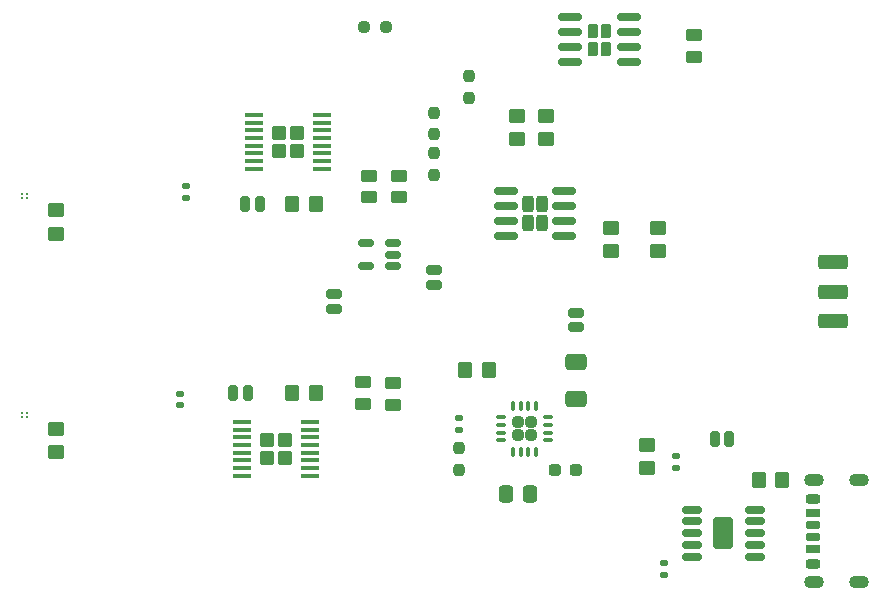
<source format=gbr>
%TF.GenerationSoftware,KiCad,Pcbnew,9.0.0*%
%TF.CreationDate,2025-03-28T01:08:04+02:00*%
%TF.ProjectId,MM,4d4d2e6b-6963-4616-945f-706362585858,rev?*%
%TF.SameCoordinates,Original*%
%TF.FileFunction,Paste,Top*%
%TF.FilePolarity,Positive*%
%FSLAX46Y46*%
G04 Gerber Fmt 4.6, Leading zero omitted, Abs format (unit mm)*
G04 Created by KiCad (PCBNEW 9.0.0) date 2025-03-28 01:08:04*
%MOMM*%
%LPD*%
G01*
G04 APERTURE LIST*
G04 Aperture macros list*
%AMRoundRect*
0 Rectangle with rounded corners*
0 $1 Rounding radius*
0 $2 $3 $4 $5 $6 $7 $8 $9 X,Y pos of 4 corners*
0 Add a 4 corners polygon primitive as box body*
4,1,4,$2,$3,$4,$5,$6,$7,$8,$9,$2,$3,0*
0 Add four circle primitives for the rounded corners*
1,1,$1+$1,$2,$3*
1,1,$1+$1,$4,$5*
1,1,$1+$1,$6,$7*
1,1,$1+$1,$8,$9*
0 Add four rect primitives between the rounded corners*
20,1,$1+$1,$2,$3,$4,$5,0*
20,1,$1+$1,$4,$5,$6,$7,0*
20,1,$1+$1,$6,$7,$8,$9,0*
20,1,$1+$1,$8,$9,$2,$3,0*%
G04 Aperture macros list end*
%ADD10RoundRect,0.140000X0.170000X-0.140000X0.170000X0.140000X-0.170000X0.140000X-0.170000X-0.140000X0*%
%ADD11RoundRect,0.250000X-0.450000X0.262500X-0.450000X-0.262500X0.450000X-0.262500X0.450000X0.262500X0*%
%ADD12RoundRect,0.135000X0.185000X-0.135000X0.185000X0.135000X-0.185000X0.135000X-0.185000X-0.135000X0*%
%ADD13RoundRect,0.237500X-0.237500X0.250000X-0.237500X-0.250000X0.237500X-0.250000X0.237500X0.250000X0*%
%ADD14RoundRect,0.250001X0.354999X0.354999X-0.354999X0.354999X-0.354999X-0.354999X0.354999X-0.354999X0*%
%ADD15RoundRect,0.100000X0.675000X0.100000X-0.675000X0.100000X-0.675000X-0.100000X0.675000X-0.100000X0*%
%ADD16RoundRect,0.135000X-0.185000X0.135000X-0.185000X-0.135000X0.185000X-0.135000X0.185000X0.135000X0*%
%ADD17RoundRect,0.150000X0.512500X0.150000X-0.512500X0.150000X-0.512500X-0.150000X0.512500X-0.150000X0*%
%ADD18RoundRect,0.237500X0.237500X-0.250000X0.237500X0.250000X-0.237500X0.250000X-0.237500X-0.250000X0*%
%ADD19RoundRect,0.250000X-0.255000X-0.440000X0.255000X-0.440000X0.255000X0.440000X-0.255000X0.440000X0*%
%ADD20RoundRect,0.150000X-0.825000X-0.150000X0.825000X-0.150000X0.825000X0.150000X-0.825000X0.150000X0*%
%ADD21RoundRect,0.250000X1.000000X-0.375000X1.000000X0.375000X-1.000000X0.375000X-1.000000X-0.375000X0*%
%ADD22RoundRect,0.250000X0.450000X-0.262500X0.450000X0.262500X-0.450000X0.262500X-0.450000X-0.262500X0*%
%ADD23RoundRect,0.250000X-0.450000X0.350000X-0.450000X-0.350000X0.450000X-0.350000X0.450000X0.350000X0*%
%ADD24RoundRect,0.250000X0.450000X-0.350000X0.450000X0.350000X-0.450000X0.350000X-0.450000X-0.350000X0*%
%ADD25RoundRect,0.250000X-0.595000X-1.080000X0.595000X-1.080000X0.595000X1.080000X-0.595000X1.080000X0*%
%ADD26RoundRect,0.150000X-0.687500X-0.150000X0.687500X-0.150000X0.687500X0.150000X-0.687500X0.150000X0*%
%ADD27RoundRect,0.175000X0.425000X-0.175000X0.425000X0.175000X-0.425000X0.175000X-0.425000X-0.175000X0*%
%ADD28RoundRect,0.190000X-0.410000X0.190000X-0.410000X-0.190000X0.410000X-0.190000X0.410000X0.190000X0*%
%ADD29RoundRect,0.200000X-0.400000X0.200000X-0.400000X-0.200000X0.400000X-0.200000X0.400000X0.200000X0*%
%ADD30RoundRect,0.175000X-0.425000X0.175000X-0.425000X-0.175000X0.425000X-0.175000X0.425000X0.175000X0*%
%ADD31RoundRect,0.190000X0.410000X-0.190000X0.410000X0.190000X-0.410000X0.190000X-0.410000X-0.190000X0*%
%ADD32RoundRect,0.200000X0.400000X-0.200000X0.400000X0.200000X-0.400000X0.200000X-0.400000X-0.200000X0*%
%ADD33O,1.700000X1.100000*%
%ADD34RoundRect,0.250000X0.650000X-0.412500X0.650000X0.412500X-0.650000X0.412500X-0.650000X-0.412500X0*%
%ADD35RoundRect,0.140000X-0.170000X0.140000X-0.170000X-0.140000X0.170000X-0.140000X0.170000X0.140000X0*%
%ADD36RoundRect,0.208750X0.431250X-0.208750X0.431250X0.208750X-0.431250X0.208750X-0.431250X-0.208750X0*%
%ADD37RoundRect,0.250000X-0.350000X-0.450000X0.350000X-0.450000X0.350000X0.450000X-0.350000X0.450000X0*%
%ADD38RoundRect,0.208750X0.208750X0.431250X-0.208750X0.431250X-0.208750X-0.431250X0.208750X-0.431250X0*%
%ADD39RoundRect,0.230000X-0.230000X-0.375000X0.230000X-0.375000X0.230000X0.375000X-0.230000X0.375000X0*%
%ADD40RoundRect,0.237500X0.287500X0.237500X-0.287500X0.237500X-0.287500X-0.237500X0.287500X-0.237500X0*%
%ADD41RoundRect,0.238649X0.238648X-0.238648X0.238648X0.238648X-0.238648X0.238648X-0.238648X-0.238648X0*%
%ADD42RoundRect,0.087500X0.087500X-0.325000X0.087500X0.325000X-0.087500X0.325000X-0.087500X-0.325000X0*%
%ADD43RoundRect,0.087500X0.325000X-0.087500X0.325000X0.087500X-0.325000X0.087500X-0.325000X-0.087500X0*%
%ADD44RoundRect,0.208750X-0.208750X-0.431250X0.208750X-0.431250X0.208750X0.431250X-0.208750X0.431250X0*%
%ADD45RoundRect,0.208750X-0.431250X0.208750X-0.431250X-0.208750X0.431250X-0.208750X0.431250X0.208750X0*%
%ADD46C,0.210000*%
%ADD47RoundRect,0.237500X0.250000X0.237500X-0.250000X0.237500X-0.250000X-0.237500X0.250000X-0.237500X0*%
%ADD48RoundRect,0.250000X-0.337500X-0.475000X0.337500X-0.475000X0.337500X0.475000X-0.337500X0.475000X0*%
G04 APERTURE END LIST*
D10*
%TO.C,C2*%
X135500000Y-75460000D03*
X135500000Y-74500000D03*
%TD*%
D11*
%TO.C,R11*%
X153500000Y-73587500D03*
X153500000Y-75412500D03*
%TD*%
D12*
%TO.C,R32*%
X158625000Y-95107500D03*
X158625000Y-94087500D03*
%TD*%
D13*
%TO.C,R16*%
X156500000Y-68262500D03*
X156500000Y-70087500D03*
%TD*%
D14*
%TO.C,AuxiliaryDriver1*%
X143875000Y-97475000D03*
X143875000Y-95975000D03*
X142375000Y-97475000D03*
X142375000Y-95975000D03*
D15*
X146000000Y-99000000D03*
X146000000Y-98350000D03*
X146000000Y-97700000D03*
X146000000Y-97050000D03*
X146000000Y-96400000D03*
X146000000Y-95750000D03*
X146000000Y-95100000D03*
X146000000Y-94450000D03*
X140250000Y-94450000D03*
X140250000Y-95100000D03*
X140250000Y-95750000D03*
X140250000Y-96400000D03*
X140250000Y-97050000D03*
X140250000Y-97700000D03*
X140250000Y-98350000D03*
X140250000Y-99000000D03*
%TD*%
D16*
%TO.C,R24*%
X176000000Y-106340000D03*
X176000000Y-107360000D03*
%TD*%
D17*
%TO.C,U5*%
X153000000Y-81225000D03*
X153000000Y-80275000D03*
X153000000Y-79325000D03*
X150725000Y-79325000D03*
X150725000Y-81225000D03*
%TD*%
D18*
%TO.C,R2*%
X158625000Y-98500000D03*
X158625000Y-96675000D03*
%TD*%
D19*
%TO.C,U2*%
X164425000Y-75975000D03*
X164425000Y-77625000D03*
X165625000Y-75975000D03*
X165625000Y-77625000D03*
D20*
X162550000Y-74895000D03*
X162550000Y-76165000D03*
X162550000Y-77435000D03*
X162550000Y-78705000D03*
X167500000Y-78705000D03*
X167500000Y-77435000D03*
X167500000Y-76165000D03*
X167500000Y-74895000D03*
%TD*%
D21*
%TO.C,ToggleSwitch1*%
X190250000Y-85900000D03*
X190250000Y-83400000D03*
X190250000Y-80900000D03*
%TD*%
D22*
%TO.C,R10*%
X150500000Y-92912500D03*
X150500000Y-91087500D03*
%TD*%
D23*
%TO.C,R22*%
X166000000Y-68500000D03*
X166000000Y-70500000D03*
%TD*%
D13*
%TO.C,R20*%
X156500000Y-71675000D03*
X156500000Y-73500000D03*
%TD*%
D24*
%TO.C,R28*%
X175500000Y-80000000D03*
X175500000Y-78000000D03*
%TD*%
D25*
%TO.C,U3*%
X181000000Y-103860000D03*
D26*
X178362500Y-101860000D03*
X178362500Y-102860000D03*
X178362500Y-103860000D03*
X178362500Y-104860000D03*
X178362500Y-105860000D03*
X183637500Y-105860000D03*
X183637500Y-104860000D03*
X183637500Y-103860000D03*
X183637500Y-102860000D03*
X183637500Y-101860000D03*
%TD*%
D27*
%TO.C,J3*%
X188620000Y-104180000D03*
D28*
X188620000Y-102160000D03*
D29*
X188620000Y-100930000D03*
D30*
X188620000Y-103180000D03*
D31*
X188620000Y-105200000D03*
D32*
X188620000Y-106430000D03*
D33*
X188700000Y-108000000D03*
X192500000Y-108000000D03*
X188700000Y-99360000D03*
X192500000Y-99360000D03*
%TD*%
D34*
%TO.C,C6*%
X168500000Y-92500000D03*
X168500000Y-89375000D03*
%TD*%
D35*
%TO.C,C4*%
X135000000Y-92040000D03*
X135000000Y-93000000D03*
%TD*%
D36*
%TO.C,C13*%
X168500000Y-86437500D03*
X168500000Y-85182500D03*
%TD*%
D37*
%TO.C,R29*%
X144500000Y-92000000D03*
X146500000Y-92000000D03*
%TD*%
D38*
%TO.C,C9*%
X140755000Y-92000000D03*
X139500000Y-92000000D03*
%TD*%
D39*
%TO.C,U1*%
X169955000Y-61345000D03*
X169955000Y-62845000D03*
X171095000Y-61345000D03*
X171095000Y-62845000D03*
D20*
X168050000Y-60190000D03*
X168050000Y-61460000D03*
X168050000Y-62730000D03*
X168050000Y-64000000D03*
X173000000Y-64000000D03*
X173000000Y-62730000D03*
X173000000Y-61460000D03*
X173000000Y-60190000D03*
%TD*%
D18*
%TO.C,R13*%
X159500000Y-67000000D03*
X159500000Y-65175000D03*
%TD*%
D37*
%TO.C,R27*%
X184000000Y-99360000D03*
X186000000Y-99360000D03*
%TD*%
D38*
%TO.C,C10*%
X141755000Y-76000000D03*
X140500000Y-76000000D03*
%TD*%
D40*
%TO.C,L1*%
X168500000Y-98500000D03*
X166750000Y-98500000D03*
%TD*%
D41*
%TO.C,U4*%
X163612500Y-95575000D03*
X164712500Y-95575000D03*
X163612500Y-94475000D03*
X164712500Y-94475000D03*
D42*
X163187500Y-96987500D03*
X163837500Y-96987500D03*
X164487500Y-96987500D03*
X165137500Y-96987500D03*
D43*
X166125000Y-96000000D03*
X166125000Y-95350000D03*
X166125000Y-94700000D03*
X166125000Y-94050000D03*
D42*
X165137500Y-93062500D03*
X164487500Y-93062500D03*
X163837500Y-93062500D03*
X163187500Y-93062500D03*
D43*
X162200000Y-94050000D03*
X162200000Y-94700000D03*
X162200000Y-95350000D03*
X162200000Y-96000000D03*
%TD*%
D44*
%TO.C,C5*%
X180245000Y-95860000D03*
X181500000Y-95860000D03*
%TD*%
D45*
%TO.C,C11*%
X156500000Y-81597500D03*
X156500000Y-82852500D03*
%TD*%
D23*
%TO.C,R25*%
X124500000Y-76500000D03*
X124500000Y-78500000D03*
%TD*%
D46*
%TO.C,LoadSwitch2*%
X121650000Y-75150000D03*
X122000000Y-75150000D03*
X121650000Y-75500000D03*
X122000000Y-75500000D03*
%TD*%
D47*
%TO.C,R19*%
X152412500Y-61000000D03*
X150587500Y-61000000D03*
%TD*%
D24*
%TO.C,R23*%
X174500000Y-98360000D03*
X174500000Y-96360000D03*
%TD*%
D22*
%TO.C,R9*%
X153000000Y-93000000D03*
X153000000Y-91175000D03*
%TD*%
D14*
%TO.C,PrimaryDriver1*%
X144875000Y-71475000D03*
X144875000Y-69975000D03*
X143375000Y-71475000D03*
X143375000Y-69975000D03*
D15*
X147000000Y-73000000D03*
X147000000Y-72350000D03*
X147000000Y-71700000D03*
X147000000Y-71050000D03*
X147000000Y-70400000D03*
X147000000Y-69750000D03*
X147000000Y-69100000D03*
X147000000Y-68450000D03*
X141250000Y-68450000D03*
X141250000Y-69100000D03*
X141250000Y-69750000D03*
X141250000Y-70400000D03*
X141250000Y-71050000D03*
X141250000Y-71700000D03*
X141250000Y-72350000D03*
X141250000Y-73000000D03*
%TD*%
D23*
%TO.C,R18*%
X124500000Y-95000000D03*
X124500000Y-97000000D03*
%TD*%
D22*
%TO.C,R14*%
X151000000Y-75412500D03*
X151000000Y-73587500D03*
%TD*%
D24*
%TO.C,R1*%
X163500000Y-70500000D03*
X163500000Y-68500000D03*
%TD*%
D37*
%TO.C,R31*%
X144500000Y-76000000D03*
X146500000Y-76000000D03*
%TD*%
D46*
%TO.C,LoadSwitch1*%
X121650000Y-93650000D03*
X122000000Y-93650000D03*
X121650000Y-94000000D03*
X122000000Y-94000000D03*
%TD*%
D24*
%TO.C,R26*%
X171500000Y-80000000D03*
X171500000Y-78000000D03*
%TD*%
D48*
%TO.C,C1*%
X162587500Y-100500000D03*
X164662500Y-100500000D03*
%TD*%
D45*
%TO.C,C12*%
X148000000Y-83597500D03*
X148000000Y-84852500D03*
%TD*%
D37*
%TO.C,R30*%
X159125000Y-90000000D03*
X161125000Y-90000000D03*
%TD*%
D16*
%TO.C,R21*%
X177000000Y-97340000D03*
X177000000Y-98360000D03*
%TD*%
D11*
%TO.C,R15*%
X178500000Y-61675000D03*
X178500000Y-63500000D03*
%TD*%
M02*

</source>
